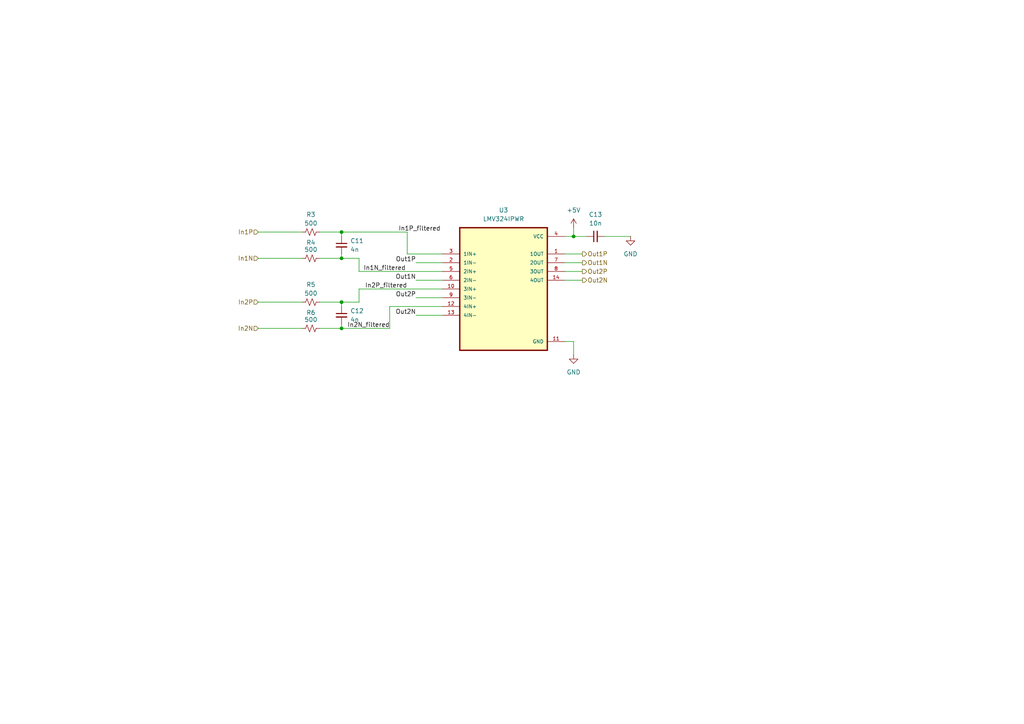
<source format=kicad_sch>
(kicad_sch (version 20231120) (generator "eeschema") (generator_version "8.0")
  (paper "A4")
  (lib_symbols
    (symbol "Device:C_Small" (pin_numbers hide) (pin_names (offset 0.254) hide)
      (property "Reference" "C" (at 0.254 1.778 0))
      (property "Value" "C_Small" (at 0.254 -2.032 0))
      (symbol "C_Small_0_1"
        (polyline (pts (xy -1.524 -0.508) (xy 1.524 -0.508)) (stroke (width 0.3302)))
        (polyline (pts (xy -1.524 0.508) (xy 1.524 0.508)) (stroke (width 0.3048)))
      )
      (symbol "C_Small_1_1"
        (pin passive line (at 0 2.54 270) (length 2.032) (name "~") (number "1"))
        (pin passive line (at 0 -2.54 90) (length 2.032) (name "~") (number "2"))
      )
    )
    (symbol "Device:R_Small_US" (pin_numbers hide) (pin_names (offset 0.254) hide)
      (property "Reference" "R" (at 0.762 0.508 0))
      (property "Value" "R_Small_US" (at 0.762 -1.016 0))
      (symbol "R_Small_US_1_1"
        (polyline (pts (xy 0 0) (xy 1.016 -0.381) (xy 0 -0.762) (xy -1.016 -1.143) (xy 0 -1.524)))
        (polyline (pts (xy 0 1.524) (xy 1.016 1.143) (xy 0 0.762) (xy -1.016 0.381) (xy 0 0)))
        (pin passive line (at 0 2.54 270) (length 1.016) (name "~") (number "1"))
        (pin passive line (at 0 -2.54 90) (length 1.016) (name "~") (number "2"))
      )
    )
    (symbol "power:+5V" (power) (pin_numbers hide) (pin_names (offset 0) hide)
      (property "Value" "+5V" (at 0 3.556 0))
      (symbol "+5V_0_1"
        (polyline (pts (xy -0.762 1.27) (xy 0 2.54)))
        (polyline (pts (xy 0 0) (xy 0 2.54)))
        (polyline (pts (xy 0 2.54) (xy 0.762 1.27)))
      )
      (symbol "+5V_1_1"
        (pin power_in line (at 0 0 90) (length 0) (name "~") (number "1"))
      )
    )
    (symbol "power:GND" (power) (pin_numbers hide) (pin_names (offset 0) hide)
      (property "Value" "GND" (at 0 -3.81 0))
      (symbol "GND_0_1"
        (polyline (pts (xy 0 0) (xy 0 -1.27) (xy 1.27 -1.27) (xy 0 -2.54) (xy -1.27 -1.27) (xy 0 -1.27)))
      )
      (symbol "GND_1_1"
        (pin power_in line (at 0 0 270) (length 0) (name "~") (number "1"))
      )
    )
    (symbol "project_lib:LM2902PWR" (pin_names (offset 1.016))
      (property "Reference" "U" (at -12.7 18.78 0))
      (property "Value" "LM2902PWR" (at -12.7 -21.78 0))
      (symbol "LM2902PWR_0_0"
        (rectangle (start -12.7 -17.78) (end 12.7 17.78) (stroke (width 0.41)) (fill (type background)))
        (pin output line (at 17.78 10.16 180) (length 5.08) (name "1OUT") (number "1"))
        (pin input line (at -17.78 0 0) (length 5.08) (name "3IN+") (number "10"))
        (pin power_in line (at 17.78 -15.24 180) (length 5.08) (name "GND") (number "11"))
        (pin input line (at -17.78 -5.08 0) (length 5.08) (name "4IN+") (number "12"))
        (pin input line (at -17.78 -7.62 0) (length 5.08) (name "4IN-") (number "13"))
        (pin output line (at 17.78 2.54 180) (length 5.08) (name "4OUT") (number "14"))
        (pin input line (at -17.78 7.62 0) (length 5.08) (name "1IN-") (number "2"))
        (pin input line (at -17.78 10.16 0) (length 5.08) (name "1IN+") (number "3"))
        (pin power_in line (at 17.78 15.24 180) (length 5.08) (name "VCC") (number "4"))
        (pin input line (at -17.78 5.08 0) (length 5.08) (name "2IN+") (number "5"))
        (pin input line (at -17.78 2.54 0) (length 5.08) (name "2IN-") (number "6"))
        (pin output line (at 17.78 7.62 180) (length 5.08) (name "2OUT") (number "7"))
        (pin output line (at 17.78 5.08 180) (length 5.08) (name "3OUT") (number "8"))
        (pin input line (at -17.78 -2.54 0) (length 5.08) (name "3IN-") (number "9"))
      )
    )
  )
  (junction (at 99.06 67.31))
  (junction (at 166.37 68.58))
  (junction (at 99.06 95.25))
  (junction (at 99.06 74.93))
  (junction (at 99.06 87.63))
  (wire (pts (xy 99.06 74.93) (xy 104.14 74.93)))
  (wire (pts (xy 166.37 68.58) (xy 163.83 68.58)))
  (wire (pts (xy 99.06 73.66) (xy 99.06 74.93)))
  (wire (pts (xy 120.65 76.2) (xy 128.27 76.2)))
  (wire (pts (xy 74.93 74.93) (xy 87.63 74.93)))
  (wire (pts (xy 113.03 95.25) (xy 113.03 88.9)))
  (wire (pts (xy 118.11 67.31) (xy 118.11 73.66)))
  (wire (pts (xy 99.06 68.58) (xy 99.06 67.31)))
  (wire (pts (xy 120.65 81.28) (xy 128.27 81.28)))
  (wire (pts (xy 99.06 87.63) (xy 104.14 87.63)))
  (wire (pts (xy 74.93 87.63) (xy 87.63 87.63)))
  (wire (pts (xy 104.14 87.63) (xy 104.14 83.82)))
  (wire (pts (xy 104.14 83.82) (xy 128.27 83.82)))
  (wire (pts (xy 99.06 88.9) (xy 99.06 87.63)))
  (wire (pts (xy 104.14 78.74) (xy 128.27 78.74)))
  (wire (pts (xy 163.83 76.2) (xy 168.91 76.2)))
  (wire (pts (xy 163.83 99.06) (xy 166.37 99.06)))
  (wire (pts (xy 92.71 87.63) (xy 99.06 87.63)))
  (wire (pts (xy 163.83 73.66) (xy 168.91 73.66)))
  (wire (pts (xy 120.65 86.36) (xy 128.27 86.36)))
  (wire (pts (xy 166.37 66.04) (xy 166.37 68.58)))
  (wire (pts (xy 166.37 99.06) (xy 166.37 102.87)))
  (wire (pts (xy 74.93 95.25) (xy 87.63 95.25)))
  (wire (pts (xy 163.83 78.74) (xy 168.91 78.74)))
  (wire (pts (xy 99.06 67.31) (xy 118.11 67.31)))
  (wire (pts (xy 120.65 91.44) (xy 128.27 91.44)))
  (wire (pts (xy 118.11 73.66) (xy 128.27 73.66)))
  (wire (pts (xy 104.14 74.93) (xy 104.14 78.74)))
  (wire (pts (xy 113.03 88.9) (xy 128.27 88.9)))
  (wire (pts (xy 74.93 67.31) (xy 87.63 67.31)))
  (wire (pts (xy 166.37 68.58) (xy 170.18 68.58)))
  (wire (pts (xy 99.06 95.25) (xy 113.03 95.25)))
  (wire (pts (xy 92.71 74.93) (xy 99.06 74.93)))
  (wire (pts (xy 175.26 68.58) (xy 182.88 68.58)))
  (wire (pts (xy 92.71 95.25) (xy 99.06 95.25)))
  (wire (pts (xy 163.83 81.28) (xy 168.91 81.28)))
  (wire (pts (xy 92.71 67.31) (xy 99.06 67.31)))
  (wire (pts (xy 99.06 93.98) (xy 99.06 95.25)))
  (label "Out2N" (at 120.65 91.44 180))
  (label "Out1N" (at 120.65 81.28 180))
  (label "In2P_filtered" (at 118.11 83.82 180))
  (label "Out2P" (at 120.65 86.36 180))
  (label "In2N_filtered" (at 113.03 95.25 180))
  (label "In1P_filtered" (at 115.57 67.31 0))
  (label "In1N_filtered" (at 105.41 78.74 0))
  (label "Out1P" (at 120.65 76.2 180))
  (hierarchical_label "In1N" (shape input) (at 74.93 74.93 180))
  (hierarchical_label "Out2N" (shape output) (at 168.91 81.28 0))
  (hierarchical_label "Out1N" (shape output) (at 168.91 76.2 0))
  (hierarchical_label "In2P" (shape input) (at 74.93 87.63 180))
  (hierarchical_label "In2N" (shape input) (at 74.93 95.25 180))
  (hierarchical_label "Out1P" (shape output) (at 168.91 73.66 0))
  (hierarchical_label "Out2P" (shape output) (at 168.91 78.74 0))
  (hierarchical_label "In1P" (shape input) (at 74.93 67.31 180))
  (symbol (lib_id "Device:C_Small") (at 172.72 68.58 90) (unit 1)
    (property "Reference" "C?" (at 172.7263 62.23 90))
    (property "Value" "10n" (at 172.7263 64.77 90))
    (property "Description" "Unpolarized capacitor, small symbol" (effects (hide yes)))
    (instances (project "MCU_DAC_board" (path "" (reference "C13") (unit 1)) (path "" (reference "C36") (unit 1)) (path "" (reference "C26") (unit 1)) (path "" (reference "C16") (unit 1)) (path "" (reference "C23") (unit 1)) (path "" (reference "C?") (unit 1)) (path "" (reference "C33") (unit 1)) (path "" (reference "C30") (unit 1))))
  )
  (symbol (lib_id "Device:R_Small_US") (at 90.17 95.25 90) (unit 1)
    (property "Reference" "R19" (at 90.17 90.678 90))
    (property "Value" "500" (at 90.17 92.71 90))
    (property "Description" "Resistor, small US symbol" (effects (hide yes)))
    (instances (project "MCU_DAC_board" (path "" (reference "R6") (unit 1)) (path "" (reference "R33") (unit 1)) (path "" (reference "R21") (unit 1)) (path "" (reference "R11") (unit 1)) (path "" (reference "R15") (unit 1)) (path "" (reference "R19") (unit 1)) (path "" (reference "R29") (unit 1)) (path "" (reference "R25") (unit 1))))
  )
  (symbol (lib_id "project_lib:LM2902PWR") (at 146.05 83.82 0) (unit 1)
    (property "Reference" "U?" (at 146.05 60.96 0))
    (property "Value" "LMV324IPWR" (at 146.05 63.5 0))
    (property "Footprint" "LM2902PWR:SOP65P640X120-14N" (effects (hide yes)))
    (instances (project "MCU_DAC_board" (path "" (reference "U3") (unit 1)) (path "" (reference "U9") (unit 1)) (path "" (reference "U6") (unit 1)) (path "" (reference "U4") (unit 1)) (path "" (reference "U5") (unit 1)) (path "" (reference "U?") (unit 1)) (path "" (reference "U8") (unit 1)) (path "" (reference "U7") (unit 1))))
  )
  (symbol (lib_id "power:+5V") (at 166.37 66.04 0) (unit 1)
    (property "Reference" "#PWR?" (effects (hide yes)))
    (property "Value" "+5V" (at 166.37 60.96 0))
    (property "Description" "Power symbol creates a global label with name \"+5V\"" (effects (hide yes)))
    (instances (project "MCU_DAC_board" (path "" (reference "#PWR019") (unit 1)) (path "" (reference "#PWR038") (unit 1)) (path "" (reference "#PWR029") (unit 1)) (path "" (reference "#PWR023") (unit 1)) (path "" (reference "#PWR026") (unit 1)) (path "" (reference "#PWR?") (unit 1)) (path "" (reference "#PWR035") (unit 1)) (path "" (reference "#PWR032") (unit 1))))
  )
  (symbol (lib_id "Device:C_Small") (at 99.06 91.44 0) (unit 1)
    (property "Reference" "C29" (at 101.6 90.1762 0) (effects (justify left)))
    (property "Value" "4n" (at 101.6 92.7162 0) (effects (justify left)))
    (property "Description" "Unpolarized capacitor, small symbol" (effects (hide yes)))
    (instances (project "MCU_DAC_board" (path "" (reference "C12") (unit 1)) (path "" (reference "C35") (unit 1)) (path "" (reference "C25") (unit 1)) (path "" (reference "C15") (unit 1)) (path "" (reference "C22") (unit 1)) (path "" (reference "C29") (unit 1)) (path "" (reference "C32") (unit 1)) (path "" (reference "C28") (unit 1))))
  )
  (symbol (lib_id "power:GND") (at 166.37 102.87 0) (unit 1)
    (property "Reference" "#PWR?" (effects (hide yes)))
    (property "Value" "GND" (at 166.37 107.95 0))
    (property "Description" "Power symbol creates a global label with name \"GND\" , ground" (effects (hide yes)))
    (instances (project "MCU_DAC_board" (path "" (reference "#PWR020") (unit 1)) (path "" (reference "#PWR039") (unit 1)) (path "" (reference "#PWR030") (unit 1)) (path "" (reference "#PWR024") (unit 1)) (path "" (reference "#PWR027") (unit 1)) (path "" (reference "#PWR?") (unit 1)) (path "" (reference "#PWR036") (unit 1)) (path "" (reference "#PWR033") (unit 1))))
  )
  (symbol (lib_id "Device:C_Small") (at 99.06 71.12 0) (unit 1)
    (property "Reference" "C11" (at 101.6 69.8562 0) (effects (justify left)))
    (property "Value" "4n" (at 101.6 72.3962 0) (effects (justify left)))
    (property "Description" "Unpolarized capacitor, small symbol" (effects (hide yes)))
    (instances (project "MCU_DAC_board" (path "" (reference "C11") (unit 1)) (path "" (reference "C34") (unit 1)) (path "" (reference "C24") (unit 1)) (path "" (reference "C14") (unit 1)) (path "" (reference "C17") (unit 1)) (path "" (reference "C31") (unit 1)) (path "" (reference "C27") (unit 1))))
  )
  (symbol (lib_id "Device:R_Small_US") (at 90.17 74.93 90) (unit 1)
    (property "Reference" "R10" (at 90.17 70.358 90))
    (property "Value" "500" (at 90.17 72.39 90))
    (property "Description" "Resistor, small US symbol" (effects (hide yes)))
    (instances (project "MCU_DAC_board" (path "" (reference "R4") (unit 1)) (path "" (reference "R31") (unit 1)) (path "" (reference "R17") (unit 1)) (path "" (reference "R8") (unit 1)) (path "" (reference "R13") (unit 1)) (path "" (reference "R10") (unit 1)) (path "" (reference "R27") (unit 1)) (path "" (reference "R23") (unit 1))))
  )
  (symbol (lib_id "Device:R_Small_US") (at 90.17 87.63 90) (unit 1)
    (property "Reference" "R18" (at 90.17 82.55 90))
    (property "Value" "500" (at 90.17 85.09 90))
    (property "Description" "Resistor, small US symbol" (effects (hide yes)))
    (instances (project "MCU_DAC_board" (path "" (reference "R5") (unit 1)) (path "" (reference "R32") (unit 1)) (path "" (reference "R20") (unit 1)) (path "" (reference "R9") (unit 1)) (path "" (reference "R14") (unit 1)) (path "" (reference "R18") (unit 1)) (path "" (reference "R28") (unit 1)) (path "" (reference "R24") (unit 1))))
  )
  (symbol (lib_id "Device:R_Small_US") (at 90.17 67.31 90) (unit 1)
    (property "Reference" "R3" (at 90.17 62.23 90))
    (property "Value" "500" (at 90.17 64.77 90))
    (property "Description" "Resistor, small US symbol" (effects (hide yes)))
    (instances (project "MCU_DAC_board" (path "" (reference "R3") (unit 1)) (path "" (reference "R30") (unit 1)) (path "" (reference "R16") (unit 1)) (path "" (reference "R7") (unit 1)) (path "" (reference "R12") (unit 1)) (path "" (reference "R26") (unit 1)) (path "" (reference "R22") (unit 1))))
  )
  (symbol (lib_id "power:GND") (at 182.88 68.58 0) (unit 1)
    (property "Reference" "#PWR021" (effects (hide yes)))
    (property "Value" "GND" (at 182.88 73.66 0))
    (property "Description" "Power symbol creates a global label with name \"GND\" , ground" (effects (hide yes)))
    (instances (project "MCU_DAC_board" (path "" (reference "#PWR022") (unit 1)) (path "" (reference "#PWR040") (unit 1)) (path "" (reference "#PWR031") (unit 1)) (path "" (reference "#PWR025") (unit 1)) (path "" (reference "#PWR028") (unit 1)) (path "" (reference "#PWR021") (unit 1)) (path "" (reference "#PWR037") (unit 1)) (path "" (reference "#PWR034") (unit 1))))
  )
)
</source>
